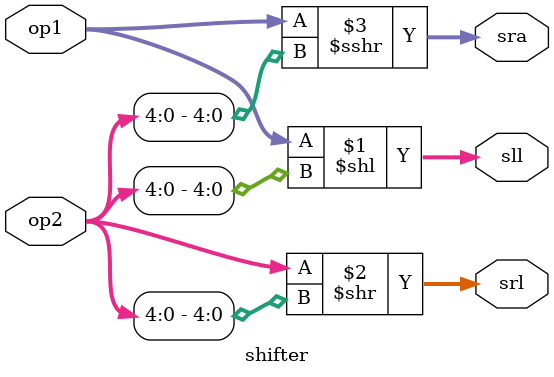
<source format=v>
`timescale 1ns / 1ps

module shifter(
    input  [31:0] op1,
    input  [31:0] op2,
    output [31:0] sll,
    output [31:0] srl,
    output [31:0] sra
);

    assign sll = op1 << op2[4:0];
    assign srl = op2 >> op2[4:0];
    
    assign sra = $signed(op1) >>> op2[4:0];

endmodule

</source>
